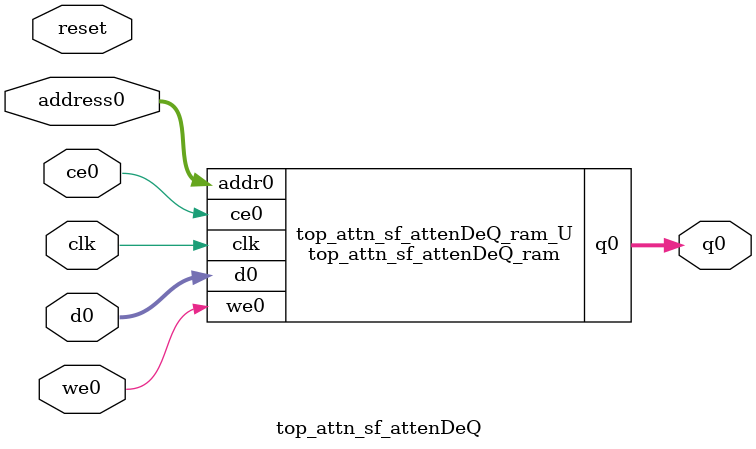
<source format=v>
`timescale 1 ns / 1 ps
module top_attn_sf_attenDeQ_ram (addr0, ce0, d0, we0, q0,  clk);

parameter DWIDTH = 22;
parameter AWIDTH = 8;
parameter MEM_SIZE = 144;

input[AWIDTH-1:0] addr0;
input ce0;
input[DWIDTH-1:0] d0;
input we0;
output reg[DWIDTH-1:0] q0;
input clk;

(* ram_style = "block" *)reg [DWIDTH-1:0] ram[0:MEM_SIZE-1];




always @(posedge clk)  
begin 
    if (ce0) begin
        if (we0) 
            ram[addr0] <= d0; 
        q0 <= ram[addr0];
    end
end


endmodule

`timescale 1 ns / 1 ps
module top_attn_sf_attenDeQ(
    reset,
    clk,
    address0,
    ce0,
    we0,
    d0,
    q0);

parameter DataWidth = 32'd22;
parameter AddressRange = 32'd144;
parameter AddressWidth = 32'd8;
input reset;
input clk;
input[AddressWidth - 1:0] address0;
input ce0;
input we0;
input[DataWidth - 1:0] d0;
output[DataWidth - 1:0] q0;



top_attn_sf_attenDeQ_ram top_attn_sf_attenDeQ_ram_U(
    .clk( clk ),
    .addr0( address0 ),
    .ce0( ce0 ),
    .we0( we0 ),
    .d0( d0 ),
    .q0( q0 ));

endmodule


</source>
